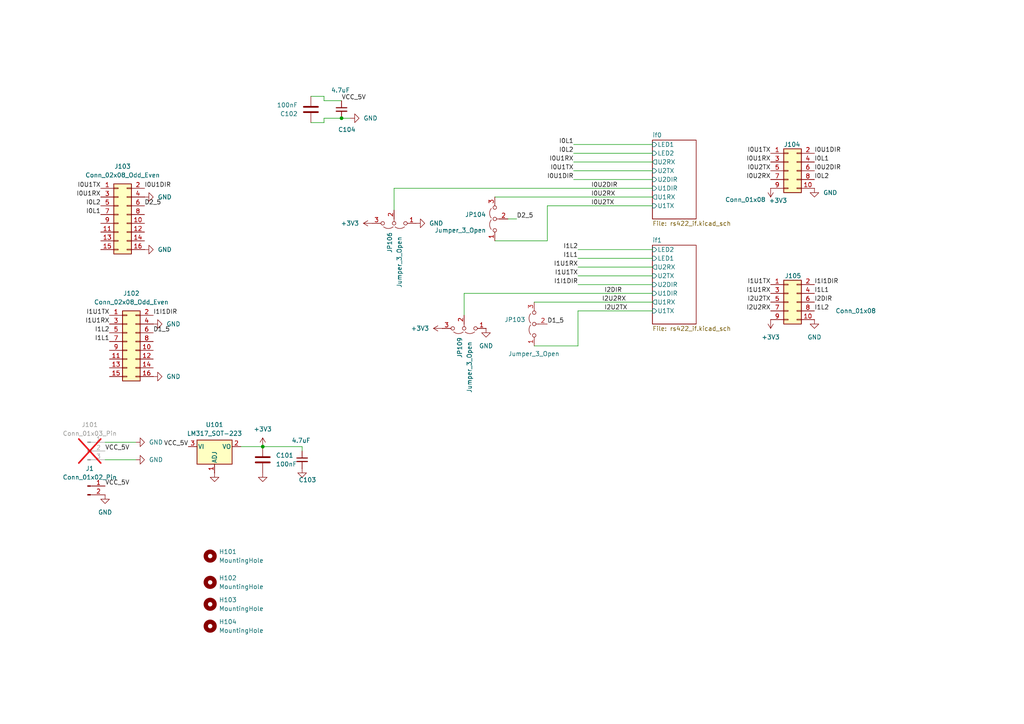
<source format=kicad_sch>
(kicad_sch (version 20231120) (generator "eeschema") (generator_version "8.0")
  (paper "A4")
  (lib_symbols
    (symbol "Connector:Conn_01x02_Pin" (pin_names (offset 1.016) hide)
      (property "Reference" "J" (at 0 2.54 0))
      (property "Value" "Conn_01x02_Pin" (at 0 -5.08 0))
      (symbol "Conn_01x02_Pin_1_1"
        (polyline (pts (xy 1.27 -2.54) (xy 0.8636 -2.54)) (stroke (width 0.1524)))
        (polyline (pts (xy 1.27 0) (xy 0.8636 0)) (stroke (width 0.1524)))
        (rectangle (start 0.8636 -2.413) (end 0 -2.667) (stroke (width 0.1524)) (fill (type outline)))
        (rectangle (start 0.8636 0.127) (end 0 -0.127) (stroke (width 0.1524)) (fill (type outline)))
        (pin passive line (at 5.08 0 180) (length 3.81) (name "Pin_1") (number "1"))
        (pin passive line (at 5.08 -2.54 180) (length 3.81) (name "Pin_2") (number "2"))
      )
    )
    (symbol "Connector:Conn_01x03_Pin" (pin_names (offset 1.016) hide)
      (property "Reference" "J" (at 0 5.08 0))
      (property "Value" "Conn_01x03_Pin" (at 0 -5.08 0))
      (symbol "Conn_01x03_Pin_1_1"
        (polyline (pts (xy 1.27 -2.54) (xy 0.8636 -2.54)) (stroke (width 0.1524)))
        (polyline (pts (xy 1.27 0) (xy 0.8636 0)) (stroke (width 0.1524)))
        (polyline (pts (xy 1.27 2.54) (xy 0.8636 2.54)) (stroke (width 0.1524)))
        (rectangle (start 0.8636 -2.413) (end 0 -2.667) (stroke (width 0.1524)) (fill (type outline)))
        (rectangle (start 0.8636 0.127) (end 0 -0.127) (stroke (width 0.1524)) (fill (type outline)))
        (rectangle (start 0.8636 2.667) (end 0 2.413) (stroke (width 0.1524)) (fill (type outline)))
        (pin passive line (at 5.08 2.54 180) (length 3.81) (name "Pin_1") (number "1"))
        (pin passive line (at 5.08 0 180) (length 3.81) (name "Pin_2") (number "2"))
        (pin passive line (at 5.08 -2.54 180) (length 3.81) (name "Pin_3") (number "3"))
      )
    )
    (symbol "Connector_Generic:Conn_02x05_Odd_Even" (pin_names (offset 1.016) hide)
      (property "Reference" "J" (at 1.27 7.62 0))
      (property "Value" "Conn_02x05_Odd_Even" (at 1.27 -7.62 0))
      (symbol "Conn_02x05_Odd_Even_1_1"
        (rectangle (start -1.27 -4.953) (end 0 -5.207) (stroke (width 0.1524)))
        (rectangle (start -1.27 -2.413) (end 0 -2.667) (stroke (width 0.1524)))
        (rectangle (start -1.27 0.127) (end 0 -0.127) (stroke (width 0.1524)))
        (rectangle (start -1.27 2.667) (end 0 2.413) (stroke (width 0.1524)))
        (rectangle (start -1.27 5.207) (end 0 4.953) (stroke (width 0.1524)))
        (rectangle (start -1.27 6.35) (end 3.81 -6.35) (stroke (width 0.254)) (fill (type background)))
        (rectangle (start 3.81 -4.953) (end 2.54 -5.207) (stroke (width 0.1524)))
        (rectangle (start 3.81 -2.413) (end 2.54 -2.667) (stroke (width 0.1524)))
        (rectangle (start 3.81 0.127) (end 2.54 -0.127) (stroke (width 0.1524)))
        (rectangle (start 3.81 2.667) (end 2.54 2.413) (stroke (width 0.1524)))
        (rectangle (start 3.81 5.207) (end 2.54 4.953) (stroke (width 0.1524)))
        (pin passive line (at -5.08 5.08 0) (length 3.81) (name "Pin_1") (number "1"))
        (pin passive line (at 7.62 -5.08 180) (length 3.81) (name "Pin_10") (number "10"))
        (pin passive line (at 7.62 5.08 180) (length 3.81) (name "Pin_2") (number "2"))
        (pin passive line (at -5.08 2.54 0) (length 3.81) (name "Pin_3") (number "3"))
        (pin passive line (at 7.62 2.54 180) (length 3.81) (name "Pin_4") (number "4"))
        (pin passive line (at -5.08 0 0) (length 3.81) (name "Pin_5") (number "5"))
        (pin passive line (at 7.62 0 180) (length 3.81) (name "Pin_6") (number "6"))
        (pin passive line (at -5.08 -2.54 0) (length 3.81) (name "Pin_7") (number "7"))
        (pin passive line (at 7.62 -2.54 180) (length 3.81) (name "Pin_8") (number "8"))
        (pin passive line (at -5.08 -5.08 0) (length 3.81) (name "Pin_9") (number "9"))
      )
    )
    (symbol "Connector_Generic:Conn_02x08_Odd_Even" (pin_names (offset 1.016) hide)
      (property "Reference" "J" (at 1.27 10.16 0))
      (property "Value" "Conn_02x08_Odd_Even" (at 1.27 -12.7 0))
      (symbol "Conn_02x08_Odd_Even_1_1"
        (rectangle (start -1.27 -10.033) (end 0 -10.287) (stroke (width 0.1524)))
        (rectangle (start -1.27 -7.493) (end 0 -7.747) (stroke (width 0.1524)))
        (rectangle (start -1.27 -4.953) (end 0 -5.207) (stroke (width 0.1524)))
        (rectangle (start -1.27 -2.413) (end 0 -2.667) (stroke (width 0.1524)))
        (rectangle (start -1.27 0.127) (end 0 -0.127) (stroke (width 0.1524)))
        (rectangle (start -1.27 2.667) (end 0 2.413) (stroke (width 0.1524)))
        (rectangle (start -1.27 5.207) (end 0 4.953) (stroke (width 0.1524)))
        (rectangle (start -1.27 7.747) (end 0 7.493) (stroke (width 0.1524)))
        (rectangle (start -1.27 8.89) (end 3.81 -11.43) (stroke (width 0.254)) (fill (type background)))
        (rectangle (start 3.81 -10.033) (end 2.54 -10.287) (stroke (width 0.1524)))
        (rectangle (start 3.81 -7.493) (end 2.54 -7.747) (stroke (width 0.1524)))
        (rectangle (start 3.81 -4.953) (end 2.54 -5.207) (stroke (width 0.1524)))
        (rectangle (start 3.81 -2.413) (end 2.54 -2.667) (stroke (width 0.1524)))
        (rectangle (start 3.81 0.127) (end 2.54 -0.127) (stroke (width 0.1524)))
        (rectangle (start 3.81 2.667) (end 2.54 2.413) (stroke (width 0.1524)))
        (rectangle (start 3.81 5.207) (end 2.54 4.953) (stroke (width 0.1524)))
        (rectangle (start 3.81 7.747) (end 2.54 7.493) (stroke (width 0.1524)))
        (pin passive line (at -5.08 7.62 0) (length 3.81) (name "Pin_1") (number "1"))
        (pin passive line (at 7.62 -2.54 180) (length 3.81) (name "Pin_10") (number "10"))
        (pin passive line (at -5.08 -5.08 0) (length 3.81) (name "Pin_11") (number "11"))
        (pin passive line (at 7.62 -5.08 180) (length 3.81) (name "Pin_12") (number "12"))
        (pin passive line (at -5.08 -7.62 0) (length 3.81) (name "Pin_13") (number "13"))
        (pin passive line (at 7.62 -7.62 180) (length 3.81) (name "Pin_14") (number "14"))
        (pin passive line (at -5.08 -10.16 0) (length 3.81) (name "Pin_15") (number "15"))
        (pin passive line (at 7.62 -10.16 180) (length 3.81) (name "Pin_16") (number "16"))
        (pin passive line (at 7.62 7.62 180) (length 3.81) (name "Pin_2") (number "2"))
        (pin passive line (at -5.08 5.08 0) (length 3.81) (name "Pin_3") (number "3"))
        (pin passive line (at 7.62 5.08 180) (length 3.81) (name "Pin_4") (number "4"))
        (pin passive line (at -5.08 2.54 0) (length 3.81) (name "Pin_5") (number "5"))
        (pin passive line (at 7.62 2.54 180) (length 3.81) (name "Pin_6") (number "6"))
        (pin passive line (at -5.08 0 0) (length 3.81) (name "Pin_7") (number "7"))
        (pin passive line (at 7.62 0 180) (length 3.81) (name "Pin_8") (number "8"))
        (pin passive line (at -5.08 -2.54 0) (length 3.81) (name "Pin_9") (number "9"))
      )
    )
    (symbol "Device:C" (pin_numbers hide) (pin_names (offset 0.254))
      (property "Reference" "C" (at 0.635 2.54 0))
      (property "Value" "C" (at 0.635 -2.54 0))
      (symbol "C_0_1"
        (polyline (pts (xy -2.032 -0.762) (xy 2.032 -0.762)) (stroke (width 0.508)))
        (polyline (pts (xy -2.032 0.762) (xy 2.032 0.762)) (stroke (width 0.508)))
      )
      (symbol "C_1_1"
        (pin passive line (at 0 3.81 270) (length 2.794) (name "~") (number "1"))
        (pin passive line (at 0 -3.81 90) (length 2.794) (name "~") (number "2"))
      )
    )
    (symbol "Device:C_Small" (pin_numbers hide) (pin_names (offset 0.254) hide)
      (property "Reference" "C" (at 0.254 1.778 0))
      (property "Value" "C_Small" (at 0.254 -2.032 0))
      (symbol "C_Small_0_1"
        (polyline (pts (xy -1.524 -0.508) (xy 1.524 -0.508)) (stroke (width 0.3302)))
        (polyline (pts (xy -1.524 0.508) (xy 1.524 0.508)) (stroke (width 0.3048)))
      )
      (symbol "C_Small_1_1"
        (pin passive line (at 0 2.54 270) (length 2.032) (name "~") (number "1"))
        (pin passive line (at 0 -2.54 90) (length 2.032) (name "~") (number "2"))
      )
    )
    (symbol "Jumper:Jumper_3_Open" (pin_names (offset 0) hide) (exclude_from_sim yes) (in_bom no)
      (property "Reference" "JP" (at -2.54 -2.54 0))
      (property "Value" "Jumper_3_Open" (at 0 2.794 0))
      (symbol "Jumper_3_Open_0_0"
        (circle (center -3.302 0) (radius 0.508))
        (circle (center 0 0) (radius 0.508))
        (circle (center 3.302 0) (radius 0.508))
      )
      (symbol "Jumper_3_Open_0_1"
        (arc (start -0.254 1.016) (mid -1.651 1.4992) (end -3.048 1.016))
        (polyline (pts (xy 0 -0.508) (xy 0 -1.27)))
        (arc (start 3.048 1.016) (mid 1.651 1.4992) (end 0.254 1.016))
      )
      (symbol "Jumper_3_Open_1_1"
        (pin passive line (at -6.35 0 0) (length 2.54) (name "A") (number "1"))
        (pin passive line (at 0 -3.81 90) (length 2.54) (name "C") (number "2"))
        (pin passive line (at 6.35 0 180) (length 2.54) (name "B") (number "3"))
      )
    )
    (symbol "Mechanical:MountingHole" (pin_names (offset 1.016)) (exclude_from_sim yes) (in_bom no)
      (property "Reference" "H" (at 0 5.08 0))
      (property "Value" "MountingHole" (at 0 3.175 0))
      (symbol "MountingHole_0_1"
        (circle (center 0 0) (radius 1.27) (stroke (width 1.27)))
      )
    )
    (symbol "Regulator_Linear:LM317_SOT-223" (pin_names (offset 0.254))
      (property "Reference" "U" (at -3.81 3.175 0))
      (property "Value" "LM317_SOT-223" (at 0 3.175 0))
      (symbol "LM317_SOT-223_0_1"
        (rectangle (start -5.08 1.905) (end 5.08 -5.08) (stroke (width 0.254)) (fill (type background)))
      )
      (symbol "LM317_SOT-223_1_1"
        (pin input line (at 0 -7.62 90) (length 2.54) (name "ADJ") (number "1"))
        (pin power_out line (at 7.62 0 180) (length 2.54) (name "VO") (number "2"))
        (pin power_in line (at -7.62 0 0) (length 2.54) (name "VI") (number "3"))
      )
    )
    (symbol "power:+3V3" (power) (pin_numbers hide) (pin_names (offset 0) hide)
      (property "Value" "+3V3" (at 0 3.556 0))
      (symbol "+3V3_0_1"
        (polyline (pts (xy -0.762 1.27) (xy 0 2.54)))
        (polyline (pts (xy 0 0) (xy 0 2.54)))
        (polyline (pts (xy 0 2.54) (xy 0.762 1.27)))
      )
      (symbol "+3V3_1_1"
        (pin power_in line (at 0 0 90) (length 0) (name "~") (number "1"))
      )
    )
    (symbol "power:GND" (power) (pin_numbers hide) (pin_names (offset 0) hide)
      (property "Value" "GND" (at 0 -3.81 0))
      (symbol "GND_0_1"
        (polyline (pts (xy 0 0) (xy 0 -1.27) (xy 1.27 -1.27) (xy 0 -2.54) (xy -1.27 -1.27) (xy 0 -1.27)))
      )
      (symbol "GND_1_1"
        (pin power_in line (at 0 0 270) (length 0) (name "~") (number "1"))
      )
    )
  )
  (junction (at 99.06 34.29))
  (junction (at 76.2 129.54))
  (wire (pts (xy 154.94 87.63) (xy 189.23 87.63)))
  (wire (pts (xy 166.37 46.99) (xy 189.23 46.99)))
  (wire (pts (xy 167.64 100.33) (xy 154.94 100.33)))
  (wire (pts (xy 93.98 34.29) (xy 99.06 34.29)))
  (wire (pts (xy 69.85 129.54) (xy 76.2 129.54)))
  (wire (pts (xy 166.37 49.53) (xy 189.23 49.53)))
  (wire (pts (xy 167.64 90.17) (xy 167.64 100.33)))
  (wire (pts (xy 158.75 59.69) (xy 189.23 59.69)))
  (wire (pts (xy 90.17 27.94) (xy 93.98 27.94)))
  (wire (pts (xy 134.62 85.09) (xy 189.23 85.09)))
  (wire (pts (xy 167.64 82.55) (xy 189.23 82.55)))
  (wire (pts (xy 99.06 34.29) (xy 101.6 34.29)))
  (wire (pts (xy 167.64 74.93) (xy 189.23 74.93)))
  (wire (pts (xy 166.37 41.91) (xy 189.23 41.91)))
  (wire (pts (xy 158.75 69.85) (xy 143.51 69.85)))
  (wire (pts (xy 93.98 27.94) (xy 93.98 29.21)))
  (wire (pts (xy 167.64 90.17) (xy 189.23 90.17)))
  (wire (pts (xy 167.64 80.01) (xy 189.23 80.01)))
  (wire (pts (xy 76.2 129.54) (xy 87.63 129.54)))
  (wire (pts (xy 158.75 59.69) (xy 158.75 69.85)))
  (wire (pts (xy 87.63 129.54) (xy 87.63 130.81)))
  (wire (pts (xy 167.64 72.39) (xy 189.23 72.39)))
  (wire (pts (xy 166.37 44.45) (xy 189.23 44.45)))
  (wire (pts (xy 114.3 54.61) (xy 114.3 60.96)))
  (wire (pts (xy 134.62 85.09) (xy 134.62 91.44)))
  (wire (pts (xy 167.64 77.47) (xy 189.23 77.47)))
  (wire (pts (xy 147.32 63.5) (xy 149.86 63.5)))
  (wire (pts (xy 93.98 29.21) (xy 99.06 29.21)))
  (wire (pts (xy 30.48 133.35) (xy 39.37 133.35)))
  (wire (pts (xy 90.17 35.56) (xy 93.98 35.56)))
  (wire (pts (xy 114.3 54.61) (xy 189.23 54.61)))
  (wire (pts (xy 166.37 52.07) (xy 189.23 52.07)))
  (wire (pts (xy 93.98 35.56) (xy 93.98 34.29)))
  (wire (pts (xy 143.51 57.15) (xy 189.23 57.15)))
  (wire (pts (xy 30.48 128.27) (xy 39.37 128.27)))
  (label "I1L2" (at 31.75 96.52 180))
  (label "D2_5" (at 41.91 59.69 0))
  (label "D1_5" (at 158.75 93.98 0))
  (label "I0L1" (at 236.22 46.99 0))
  (label "I0U2TX" (at 223.52 49.53 180))
  (label "I0U1TX" (at 166.37 49.53 180))
  (label "I0U2DIR" (at 236.22 49.53 0))
  (label "I0U1DIR" (at 236.22 44.45 0))
  (label "I1I1DIR" (at 167.64 82.55 180))
  (label "I0U1DIR" (at 166.37 52.07 180))
  (label "I0U1RX" (at 29.21 57.15 180))
  (label "I1U1RX" (at 223.52 85.09 180))
  (label "I0U2DIR" (at 171.45 54.61 0))
  (label "I0U1TX" (at 29.21 54.61 180))
  (label "I0U1DIR" (at 41.91 54.61 0))
  (label "I0L1" (at 29.21 62.23 180))
  (label "I2DIR" (at 236.22 87.63 0))
  (label "I1U1RX" (at 167.64 77.47 180))
  (label "I1I1DIR" (at 44.45 91.44 0))
  (label "I0L2" (at 29.21 59.69 180))
  (label "D1_5" (at 44.45 96.52 0))
  (label "I2U2RX" (at 223.52 90.17 180))
  (label "I1L1" (at 167.64 74.93 180))
  (label "I1U1TX" (at 167.64 80.01 180))
  (label "I2U2TX" (at 223.52 87.63 180))
  (label "I1U1TX" (at 223.52 82.55 180))
  (label "I0U1RX" (at 166.37 46.99 180))
  (label "I2DIR" (at 175.26 85.09 0))
  (label "I2U2TX" (at 175.26 90.17 0))
  (label "I0U2RX" (at 223.52 52.07 180))
  (label "VCC_5V" (at 99.06 29.21 0))
  (label "I0L2" (at 236.22 52.07 0))
  (label "I0U2RX" (at 171.45 57.15 0))
  (label "I1U1TX" (at 31.75 91.44 180))
  (label "I0U1RX" (at 223.52 46.99 180))
  (label "I0L2" (at 166.37 44.45 180))
  (label "D2_5" (at 149.86 63.5 0))
  (label "I1L2" (at 236.22 90.17 0))
  (label "I0U2TX" (at 171.45 59.69 0))
  (label "I2U2RX" (at 181.61 87.63 180))
  (label "VCC_5V" (at 30.48 130.81 0))
  (label "I1U1RX" (at 31.75 93.98 180))
  (label "I1L1" (at 31.75 99.06 180))
  (label "I1I1DIR" (at 236.22 82.55 0))
  (label "I0U1TX" (at 223.52 44.45 180))
  (label "I0L1" (at 166.37 41.91 180))
  (label "I1L1" (at 236.22 85.09 0))
  (label "VCC_5V" (at 54.61 129.54 180))
  (label "VCC_5V" (at 30.48 140.97 0))
  (label "I1L2" (at 167.64 72.39 180))
  (symbol (lib_id "Device:C_Small") (at 87.63 133.35 0) (unit 1)
    (property "Reference" "C103" (at 86.614 139.192 0) (effects (justify left)))
    (property "Value" "4.7uF" (at 84.582 127.762 0) (effects (justify left)))
    (property "Footprint" "Capacitor_SMD:C_0805_2012Metric" (effects (hide yes)))
    (property "Description" "Unpolarized capacitor, small symbol" (effects (hide yes)))
    (property "LCSC" "C1779" (effects (hide yes)))
  )
  (symbol (lib_id "Connector_Generic:Conn_02x08_Odd_Even") (at 36.83 99.06 0) (unit 1)
    (property "Reference" "J102" (at 38.1 85.09 0))
    (property "Value" "Conn_02x08_Odd_Even" (at 38.1 87.63 0))
    (property "Footprint" "Connector_PinSocket_2.54mm:PinSocket_2x08_P2.54mm_Vertical" (effects (hide yes)))
    (property "Description" "Generic connector, double row, 02x08, odd/even pin numbering scheme (row 1 odd numbers, row 2 even numbers), script generated (kicad-library-utils/schlib/autogen/connector/)" (effects (hide yes)))
  )
  (symbol (lib_id "Connector_Generic:Conn_02x08_Odd_Even") (at 34.29 62.23 0) (unit 1)
    (property "Reference" "J103" (at 35.56 48.26 0))
    (property "Value" "Conn_02x08_Odd_Even" (at 35.56 50.8 0))
    (property "Footprint" "Connector_PinSocket_2.54mm:PinSocket_2x08_P2.54mm_Vertical" (effects (hide yes)))
    (property "Description" "Generic connector, double row, 02x08, odd/even pin numbering scheme (row 1 odd numbers, row 2 even numbers), script generated (kicad-library-utils/schlib/autogen/connector/)" (effects (hide yes)))
  )
  (symbol (lib_id "power:GND") (at 39.37 128.27 90) (unit 1)
    (property "Reference" "#PWR0101" (effects (hide yes)))
    (property "Value" "GND" (at 43.18 128.2699 90) (effects (justify right)))
    (property "Description" "Power symbol creates a global label with name \"GND\" , ground" (effects (hide yes)))
  )
  (symbol (lib_id "power:GND") (at 101.6 34.29 90) (unit 1)
    (property "Reference" "#PWR0111" (effects (hide yes)))
    (property "Value" "GND" (at 105.41 34.2899 90) (effects (justify right)))
    (property "Description" "Power symbol creates a global label with name \"GND\" , ground" (effects (hide yes)))
  )
  (symbol (lib_id "power:GND") (at 30.48 143.51 0) (unit 1)
    (property "Reference" "#PWR01" (effects (hide yes)))
    (property "Value" "GND" (at 30.48 148.59 0))
    (property "Description" "Power symbol creates a global label with name \"GND\" , ground" (effects (hide yes)))
  )
  (symbol (lib_id "power:+3V3") (at 223.52 54.61 180) (unit 1)
    (property "Reference" "#PWR0118" (effects (hide yes)))
    (property "Value" "+3V3" (at 223.012 58.166 0) (effects (justify right)))
    (property "Description" "Power symbol creates a global label with name \"+3V3\"" (effects (hide yes)))
  )
  (symbol (lib_id "Device:C_Small") (at 99.06 31.75 0) (unit 1)
    (property "Reference" "C104" (at 98.044 37.592 0) (effects (justify left)))
    (property "Value" "4.7uF" (at 96.012 26.162 0) (effects (justify left)))
    (property "Footprint" "Capacitor_SMD:C_0805_2012Metric" (effects (hide yes)))
    (property "Description" "Unpolarized capacitor, small symbol" (effects (hide yes)))
    (property "LCSC" "C1779" (effects (hide yes)))
  )
  (symbol (lib_id "power:+3V3") (at 223.52 92.71 180) (unit 1)
    (property "Reference" "#PWR0119" (effects (hide yes)))
    (property "Value" "+3V3" (at 223.52 97.79 0))
    (property "Description" "Power symbol creates a global label with name \"+3V3\"" (effects (hide yes)))
  )
  (symbol (lib_id "power:GND") (at 76.2 137.16 0) (unit 1)
    (property "Reference" "#PWR0109" (effects (hide yes)))
    (property "Value" "GND" (effects (hide yes)))
    (property "Description" "Power symbol creates a global label with name \"GND\" , ground" (effects (hide yes)))
  )
  (symbol (lib_id "power:GND") (at 236.22 54.61 0) (unit 1)
    (property "Reference" "#PWR0110" (effects (hide yes)))
    (property "Value" "GND" (at 238.76 55.8799 0) (effects (justify left)))
    (property "Description" "Power symbol creates a global label with name \"GND\" , ground" (effects (hide yes)))
  )
  (symbol (lib_id "Jumper:Jumper_3_Open") (at 114.3 64.77 180) (unit 1) (exclude_from_sim yes) (in_bom no)
    (property "Reference" "JP106" (at 113.0299 67.31 90) (effects (justify left)))
    (property "Value" "Jumper_3_Open" (at 115.824 68.58 90) (effects (justify left)))
    (property "Footprint" "Jumper:SolderJumper-3_P1.3mm_Open_Pad1.0x1.5mm" (effects (hide yes)))
    (property "Description" "Jumper, 3-pole, both open" (effects (hide yes)))
  )
  (symbol (lib_id "power:+3V3") (at 76.2 129.54 0) (unit 1)
    (property "Reference" "#PWR0108" (effects (hide yes)))
    (property "Value" "+3V3" (at 76.2 124.46 0))
    (property "Description" "Power symbol creates a global label with name \"+3V3\"" (effects (hide yes)))
  )
  (symbol (lib_id "Mechanical:MountingHole") (at 60.96 175.26 0) (unit 1) (exclude_from_sim yes) (in_bom no)
    (property "Reference" "H103" (at 63.5 173.9899 0) (effects (justify left)))
    (property "Value" "MountingHole" (at 63.5 176.5299 0) (effects (justify left)))
    (property "Footprint" "MountingHole:MountingHole_2.5mm" (effects (hide yes)))
    (property "Description" "Mounting Hole without connection" (effects (hide yes)))
  )
  (symbol (lib_id "power:GND") (at 41.91 57.15 90) (unit 1)
    (property "Reference" "#PWR0105" (effects (hide yes)))
    (property "Value" "GND" (at 45.72 57.1499 90) (effects (justify right)))
    (property "Description" "Power symbol creates a global label with name \"GND\" , ground" (effects (hide yes)))
  )
  (symbol (lib_id "Connector:Conn_01x02_Pin") (at 25.4 140.97 0) (unit 1)
    (property "Reference" "J1" (at 26.035 135.89 0))
    (property "Value" "Conn_01x02_Pin" (at 26.035 138.43 0))
    (property "Footprint" "Connector_JST:JST_EH_B2B-EH-A_1x02_P2.50mm_Vertical" (effects (hide yes)))
    (property "Description" "Generic connector, single row, 01x02, script generated" (effects (hide yes)))
  )
  (symbol (lib_id "Device:C") (at 90.17 31.75 0) (unit 1)
    (property "Reference" "C102" (at 86.36 33.0201 0) (effects (justify right)))
    (property "Value" "100nF" (at 86.36 30.4801 0) (effects (justify right)))
    (property "Footprint" "Capacitor_SMD:C_0603_1608Metric" (effects (hide yes)))
    (property "Description" "Unpolarized capacitor" (effects (hide yes)))
    (property "JLC" "C126469" (effects (hide yes)))
    (property "LCSC" "C14663" (effects (hide yes)))
  )
  (symbol (lib_id "power:GND") (at 44.45 109.22 90) (unit 1)
    (property "Reference" "#PWR0104" (effects (hide yes)))
    (property "Value" "GND" (at 48.26 109.2199 90) (effects (justify right)))
    (property "Description" "Power symbol creates a global label with name \"GND\" , ground" (effects (hide yes)))
  )
  (symbol (lib_id "power:GND") (at 140.97 95.25 0) (unit 1)
    (property "Reference" "#PWR0116" (effects (hide yes)))
    (property "Value" "GND" (at 140.97 100.33 0))
    (property "Description" "Power symbol creates a global label with name \"GND\" , ground" (effects (hide yes)))
  )
  (symbol (lib_id "Jumper:Jumper_3_Open") (at 143.51 63.5 90) (unit 1) (exclude_from_sim yes) (in_bom no)
    (property "Reference" "JP104" (at 140.97 62.2299 90) (effects (justify left)))
    (property "Value" "Jumper_3_Open" (at 140.97 66.802 90) (effects (justify left)))
    (property "Footprint" "Jumper:SolderJumper-3_P1.3mm_Open_Pad1.0x1.5mm" (effects (hide yes)))
    (property "Description" "Jumper, 3-pole, both open" (effects (hide yes)))
  )
  (symbol (lib_id "Connector_Generic:Conn_02x05_Odd_Even") (at 228.6 49.53 0) (unit 1)
    (property "Reference" "J104" (at 227.33 41.91 0) (effects (justify left)))
    (property "Value" "Conn_01x08" (at 210.312 57.912 0) (effects (justify left)))
    (property "Footprint" "Connector_IDC:IDC-Header_2x05_P2.54mm_Horizontal" (effects (hide yes)))
    (property "Description" "Generic connector, double row, 02x05, odd/even pin numbering scheme (row 1 odd numbers, row 2 even numbers), script generated (kicad-library-utils/schlib/autogen/connector/)" (effects (hide yes)))
  )
  (symbol (lib_id "power:+3V3") (at 107.95 64.77 90) (unit 1)
    (property "Reference" "#PWR0114" (effects (hide yes)))
    (property "Value" "+3V3" (at 104.14 64.7699 90) (effects (justify left)))
    (property "Description" "Power symbol creates a global label with name \"+3V3\"" (effects (hide yes)))
  )
  (symbol (lib_id "power:GND") (at 44.45 93.98 90) (unit 1)
    (property "Reference" "#PWR0103" (effects (hide yes)))
    (property "Value" "GND" (at 48.26 93.9799 90) (effects (justify right)))
    (property "Description" "Power symbol creates a global label with name \"GND\" , ground" (effects (hide yes)))
  )
  (symbol (lib_id "power:GND") (at 120.65 64.77 90) (unit 1)
    (property "Reference" "#PWR0113" (effects (hide yes)))
    (property "Value" "GND" (at 124.46 64.7699 90) (effects (justify right)))
    (property "Description" "Power symbol creates a global label with name \"GND\" , ground" (effects (hide yes)))
  )
  (symbol (lib_id "Connector_Generic:Conn_02x05_Odd_Even") (at 228.6 87.63 0) (unit 1)
    (property "Reference" "J105" (at 227.584 80.01 0) (effects (justify left)))
    (property "Value" "Conn_01x08" (at 242.316 90.17 0) (effects (justify left)))
    (property "Footprint" "Connector_IDC:IDC-Header_2x05_P2.54mm_Horizontal" (effects (hide yes)))
    (property "Description" "Generic connector, double row, 02x05, odd/even pin numbering scheme (row 1 odd numbers, row 2 even numbers), script generated (kicad-library-utils/schlib/autogen/connector/)" (effects (hide yes)))
  )
  (symbol (lib_id "power:+3V3") (at 128.27 95.25 90) (unit 1)
    (property "Reference" "#PWR0115" (effects (hide yes)))
    (property "Value" "+3V3" (at 124.46 95.2499 90) (effects (justify left)))
    (property "Description" "Power symbol creates a global label with name \"+3V3\"" (effects (hide yes)))
  )
  (symbol (lib_id "power:GND") (at 39.37 133.35 90) (unit 1)
    (property "Reference" "#PWR0102" (effects (hide yes)))
    (property "Value" "GND" (at 43.18 133.3499 90) (effects (justify right)))
    (property "Description" "Power symbol creates a global label with name \"GND\" , ground" (effects (hide yes)))
  )
  (symbol (lib_id "power:GND") (at 62.23 137.16 0) (unit 1)
    (property "Reference" "#PWR0107" (effects (hide yes)))
    (property "Value" "GND" (effects (hide yes)))
    (property "Description" "Power symbol creates a global label with name \"GND\" , ground" (effects (hide yes)))
  )
  (symbol (lib_id "Connector:Conn_01x03_Pin") (at 25.4 130.81 0) (unit 1) (on_board no) (dnp yes)
    (property "Reference" "J101" (at 26.035 123.19 0))
    (property "Value" "Conn_01x03_Pin" (at 26.035 125.73 0))
    (property "Footprint" "Connector_PinHeader_2.54mm:PinHeader_1x03_P2.54mm_Horizontal" (effects (hide yes)))
    (property "Description" "Generic connector, single row, 01x03, script generated" (effects (hide yes)))
  )
  (symbol (lib_id "Regulator_Linear:LM317_SOT-223") (at 62.23 129.54 0) (unit 1)
    (property "Reference" "U101" (at 62.23 123.19 0))
    (property "Value" "LM317_SOT-223" (at 62.23 125.73 0))
    (property "Footprint" "Package_TO_SOT_SMD:SOT-223-3_TabPin2" (effects (hide yes)))
    (property "Datasheet" "http://www.ti.com/lit/ds/symlink/lm317.pdf" (effects (hide yes)))
    (property "Description" "1.5A 35V Adjustable Linear Regulator, SOT-223" (effects (hide yes)))
  )
  (symbol (lib_id "Mechanical:MountingHole") (at 60.96 181.61 0) (unit 1) (exclude_from_sim yes) (in_bom no)
    (property "Reference" "H104" (at 63.5 180.3399 0) (effects (justify left)))
    (property "Value" "MountingHole" (at 63.5 182.8799 0) (effects (justify left)))
    (property "Footprint" "MountingHole:MountingHole_2.5mm" (effects (hide yes)))
    (property "Description" "Mounting Hole without connection" (effects (hide yes)))
  )
  (symbol (lib_id "Mechanical:MountingHole") (at 60.96 161.29 0) (unit 1) (exclude_from_sim yes) (in_bom no)
    (property "Reference" "H101" (at 63.5 160.0199 0) (effects (justify left)))
    (property "Value" "MountingHole" (at 63.5 162.5599 0) (effects (justify left)))
    (property "Footprint" "MountingHole:MountingHole_2.5mm" (effects (hide yes)))
    (property "Description" "Mounting Hole without connection" (effects (hide yes)))
  )
  (symbol (lib_id "power:GND") (at 236.22 92.71 0) (unit 1)
    (property "Reference" "#PWR0117" (effects (hide yes)))
    (property "Value" "GND" (at 236.22 97.79 0))
    (property "Description" "Power symbol creates a global label with name \"GND\" , ground" (effects (hide yes)))
  )
  (symbol (lib_id "Jumper:Jumper_3_Open") (at 134.62 95.25 180) (unit 1) (exclude_from_sim yes) (in_bom no)
    (property "Reference" "JP109" (at 133.3499 97.79 90) (effects (justify left)))
    (property "Value" "Jumper_3_Open" (at 136.144 99.06 90) (effects (justify left)))
    (property "Footprint" "Jumper:SolderJumper-3_P1.3mm_Open_Pad1.0x1.5mm" (effects (hide yes)))
    (property "Description" "Jumper, 3-pole, both open" (effects (hide yes)))
  )
  (symbol (lib_id "Device:C") (at 76.2 133.35 180) (unit 1)
    (property "Reference" "C101" (at 80.01 132.0799 0) (effects (justify right)))
    (property "Value" "100nF" (at 80.01 134.6199 0) (effects (justify right)))
    (property "Footprint" "Capacitor_SMD:C_0603_1608Metric" (effects (hide yes)))
    (property "Description" "Unpolarized capacitor" (effects (hide yes)))
    (property "JLC" "C126469" (effects (hide yes)))
    (property "LCSC" "C14663" (effects (hide yes)))
  )
  (symbol (lib_id "Mechanical:MountingHole") (at 60.96 168.91 0) (unit 1) (exclude_from_sim yes) (in_bom no)
    (property "Reference" "H102" (at 63.5 167.6399 0) (effects (justify left)))
    (property "Value" "MountingHole" (at 63.5 170.1799 0) (effects (justify left)))
    (property "Footprint" "MountingHole:MountingHole_2.5mm" (effects (hide yes)))
    (property "Description" "Mounting Hole without connection" (effects (hide yes)))
  )
  (symbol (lib_id "power:GND") (at 87.63 135.89 0) (unit 1)
    (property "Reference" "#PWR0112" (effects (hide yes)))
    (property "Value" "GND" (effects (hide yes)))
    (property "Description" "Power symbol creates a global label with name \"GND\" , ground" (effects (hide yes)))
  )
  (symbol (lib_id "Jumper:Jumper_3_Open") (at 154.94 93.98 90) (unit 1) (exclude_from_sim yes) (in_bom no)
    (property "Reference" "JP103" (at 152.4 92.7099 90) (effects (justify left)))
    (property "Value" "Jumper_3_Open" (at 162.306 102.616 90) (effects (justify left)))
    (property "Footprint" "Jumper:SolderJumper-3_P1.3mm_Open_Pad1.0x1.5mm" (effects (hide yes)))
    (property "Description" "Jumper, 3-pole, both open" (effects (hide yes)))
  )
  (symbol (lib_id "power:GND") (at 41.91 72.39 90) (unit 1)
    (property "Reference" "#PWR0106" (effects (hide yes)))
    (property "Value" "GND" (at 45.72 72.3899 90) (effects (justify right)))
    (property "Description" "Power symbol creates a global label with name \"GND\" , ground" (effects (hide yes)))
  )
  (sheet (at 189.23 40.64) (size 12.7 22.86) (stroke (width 0.1524))
    (property "Sheetname" "if0" (at 189.23 39.9284 0) (effects (justify left bottom)))
    (property "Sheetfile" "rs422_if.kicad_sch" (at 189.23 64.0846 0) (effects (justify left top)))
    (pin "U1RX" output (at 189.23 57.15 180))
    (pin "U1DIR" input (at 189.23 54.61 180))
    (pin "U1TX" input (at 189.23 59.69 180))
    (pin "U2DIR" input (at 189.23 52.07 180))
    (pin "U2RX" output (at 189.23 46.99 180))
    (pin "U2TX" input (at 189.23 49.53 180))
    (pin "LED2" input (at 189.23 44.45 180))
    (pin "LED1" input (at 189.23 41.91 180))
  )
  (sheet (at 189.23 71.12) (size 12.7 22.86) (stroke (width 0.1524))
    (property "Sheetname" "if1" (at 189.23 70.4084 0) (effects (justify left bottom)))
    (property "Sheetfile" "rs422_if.kicad_sch" (at 189.23 94.5646 0) (effects (justify left top)))
    (pin "U1RX" output (at 189.23 87.63 180))
    (pin "U1DIR" input (at 189.23 85.09 180))
    (pin "U1TX" input (at 189.23 90.17 180))
    (pin "U2DIR" input (at 189.23 82.55 180))
    (pin "U2RX" output (at 189.23 77.47 180))
    (pin "U2TX" input (at 189.23 80.01 180))
    (pin "LED2" input (at 189.23 72.39 180))
    (pin "LED1" input (at 189.23 74.93 180))
  )
)
</source>
